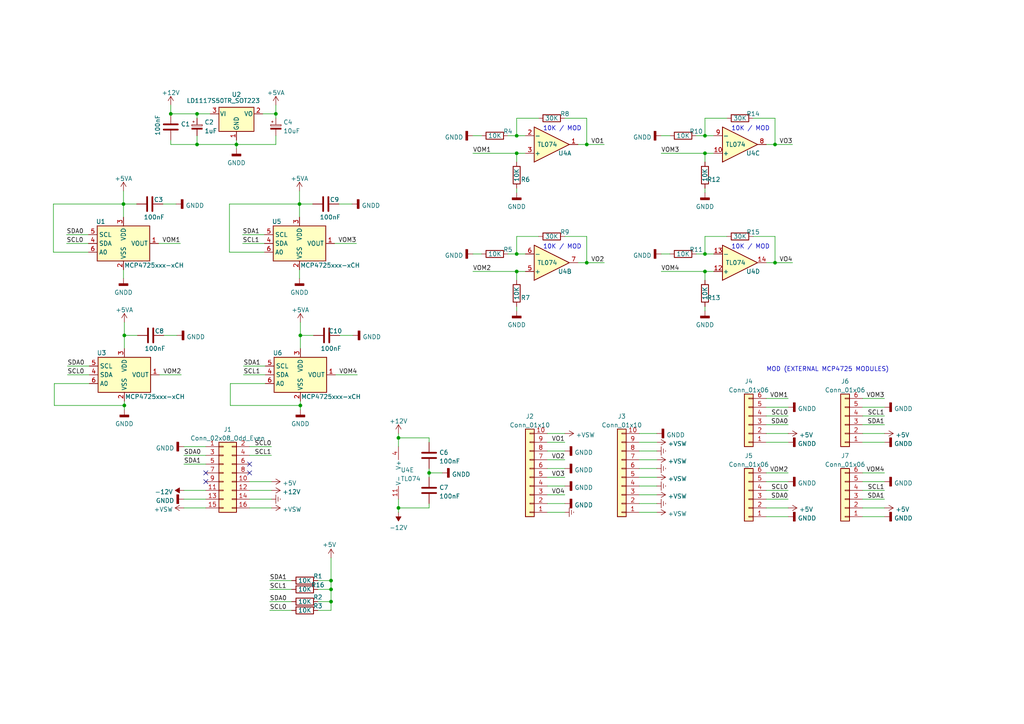
<source format=kicad_sch>
(kicad_sch (version 20211123) (generator eeschema)
  (paper "A4")
  (title_block (title "aout-4") (date "2023-04-06") (rev "1.1") (company "www.iotvertebrae.com") (comment 1 "Mechanical design: Xavier Pi") (comment 2 "Circuit & PCB design: Jordi Binefa"))
  (lib_symbols
    (symbol "Amplifier_Operational:TL074" (pin_names (offset 0.127))
      (property "Reference" "U" (at 0 5.08 0))
      (property "Value" "TL074" (at 0 -5.08 0))
      (symbol "TL074_1_1"
        (polyline (pts (xy -5.08 5.08) (xy 5.08 0) (xy -5.08 -5.08) (xy -5.08 5.08)) (stroke (width 0.254)) (fill (type background)))
        (pin output line (at 7.62 0 180) (length 2.54) (name "~") (number "1"))
        (pin input line (at -7.62 -2.54 0) (length 2.54) (name "-") (number "2"))
        (pin input line (at -7.62 2.54 0) (length 2.54) (name "+") (number "3"))
      )
      (symbol "TL074_2_1"
        (polyline (pts (xy -5.08 5.08) (xy 5.08 0) (xy -5.08 -5.08) (xy -5.08 5.08)) (stroke (width 0.254)) (fill (type background)))
        (pin input line (at -7.62 2.54 0) (length 2.54) (name "+") (number "5"))
        (pin input line (at -7.62 -2.54 0) (length 2.54) (name "-") (number "6"))
        (pin output line (at 7.62 0 180) (length 2.54) (name "~") (number "7"))
      )
      (symbol "TL074_3_1"
        (polyline (pts (xy -5.08 5.08) (xy 5.08 0) (xy -5.08 -5.08) (xy -5.08 5.08)) (stroke (width 0.254)) (fill (type background)))
        (pin input line (at -7.62 2.54 0) (length 2.54) (name "+") (number "10"))
        (pin output line (at 7.62 0 180) (length 2.54) (name "~") (number "8"))
        (pin input line (at -7.62 -2.54 0) (length 2.54) (name "-") (number "9"))
      )
      (symbol "TL074_4_1"
        (polyline (pts (xy -5.08 5.08) (xy 5.08 0) (xy -5.08 -5.08) (xy -5.08 5.08)) (stroke (width 0.254)) (fill (type background)))
        (pin input line (at -7.62 2.54 0) (length 2.54) (name "+") (number "12"))
        (pin input line (at -7.62 -2.54 0) (length 2.54) (name "-") (number "13"))
        (pin output line (at 7.62 0 180) (length 2.54) (name "~") (number "14"))
      )
      (symbol "TL074_5_1"
        (pin power_in line (at -2.54 -7.62 90) (length 3.81) (name "V-") (number "11"))
        (pin power_in line (at -2.54 7.62 270) (length 3.81) (name "V+") (number "4"))
      )
    )
    (symbol "Analog_DAC:MCP4725xxx-xCH"
      (property "Reference" "U" (at -6.35 6.35 0))
      (property "Value" "MCP4725xxx-xCH" (at 8.89 6.35 0))
      (symbol "MCP4725xxx-xCH_0_1"
        (rectangle (start -7.62 5.08) (end 7.62 -5.08) (stroke (width 0.254)) (fill (type background)))
      )
      (symbol "MCP4725xxx-xCH_1_1"
        (pin output line (at 10.16 0 180) (length 2.54) (name "VOUT") (number "1"))
        (pin power_in line (at 0 -7.62 90) (length 2.54) (name "VSS") (number "2"))
        (pin power_in line (at 0 7.62 270) (length 2.54) (name "VDD") (number "3"))
        (pin bidirectional line (at -10.16 0 0) (length 2.54) (name "SDA") (number "4"))
        (pin input line (at -10.16 2.54 0) (length 2.54) (name "SCL") (number "5"))
        (pin input line (at -10.16 -2.54 0) (length 2.54) (name "A0") (number "6"))
      )
    )
    (symbol "Connector_Generic:Conn_01x06" (pin_names (offset 1.016) hide)
      (property "Reference" "J" (at 0 7.62 0))
      (property "Value" "Conn_01x06" (at 0 -10.16 0))
      (symbol "Conn_01x06_1_1"
        (rectangle (start -1.27 -7.493) (end 0 -7.747) (stroke (width 0.1524)))
        (rectangle (start -1.27 -4.953) (end 0 -5.207) (stroke (width 0.1524)))
        (rectangle (start -1.27 -2.413) (end 0 -2.667) (stroke (width 0.1524)))
        (rectangle (start -1.27 0.127) (end 0 -0.127) (stroke (width 0.1524)))
        (rectangle (start -1.27 2.667) (end 0 2.413) (stroke (width 0.1524)))
        (rectangle (start -1.27 5.207) (end 0 4.953) (stroke (width 0.1524)))
        (rectangle (start -1.27 6.35) (end 1.27 -8.89) (stroke (width 0.254)) (fill (type background)))
        (pin passive line (at -5.08 5.08 0) (length 3.81) (name "Pin_1") (number "1"))
        (pin passive line (at -5.08 2.54 0) (length 3.81) (name "Pin_2") (number "2"))
        (pin passive line (at -5.08 0 0) (length 3.81) (name "Pin_3") (number "3"))
        (pin passive line (at -5.08 -2.54 0) (length 3.81) (name "Pin_4") (number "4"))
        (pin passive line (at -5.08 -5.08 0) (length 3.81) (name "Pin_5") (number "5"))
        (pin passive line (at -5.08 -7.62 0) (length 3.81) (name "Pin_6") (number "6"))
      )
    )
    (symbol "Connector_Generic:Conn_01x10" (pin_names (offset 1.016) hide)
      (property "Reference" "J" (at 0 12.7 0))
      (property "Value" "Conn_01x10" (at 0 -15.24 0))
      (symbol "Conn_01x10_1_1"
        (rectangle (start -1.27 -12.573) (end 0 -12.827) (stroke (width 0.1524)))
        (rectangle (start -1.27 -10.033) (end 0 -10.287) (stroke (width 0.1524)))
        (rectangle (start -1.27 -7.493) (end 0 -7.747) (stroke (width 0.1524)))
        (rectangle (start -1.27 -4.953) (end 0 -5.207) (stroke (width 0.1524)))
        (rectangle (start -1.27 -2.413) (end 0 -2.667) (stroke (width 0.1524)))
        (rectangle (start -1.27 0.127) (end 0 -0.127) (stroke (width 0.1524)))
        (rectangle (start -1.27 2.667) (end 0 2.413) (stroke (width 0.1524)))
        (rectangle (start -1.27 5.207) (end 0 4.953) (stroke (width 0.1524)))
        (rectangle (start -1.27 7.747) (end 0 7.493) (stroke (width 0.1524)))
        (rectangle (start -1.27 10.287) (end 0 10.033) (stroke (width 0.1524)))
        (rectangle (start -1.27 11.43) (end 1.27 -13.97) (stroke (width 0.254)) (fill (type background)))
        (pin passive line (at -5.08 10.16 0) (length 3.81) (name "Pin_1") (number "1"))
        (pin passive line (at -5.08 -12.7 0) (length 3.81) (name "Pin_10") (number "10"))
        (pin passive line (at -5.08 7.62 0) (length 3.81) (name "Pin_2") (number "2"))
        (pin passive line (at -5.08 5.08 0) (length 3.81) (name "Pin_3") (number "3"))
        (pin passive line (at -5.08 2.54 0) (length 3.81) (name "Pin_4") (number "4"))
        (pin passive line (at -5.08 0 0) (length 3.81) (name "Pin_5") (number "5"))
        (pin passive line (at -5.08 -2.54 0) (length 3.81) (name "Pin_6") (number "6"))
        (pin passive line (at -5.08 -5.08 0) (length 3.81) (name "Pin_7") (number "7"))
        (pin passive line (at -5.08 -7.62 0) (length 3.81) (name "Pin_8") (number "8"))
        (pin passive line (at -5.08 -10.16 0) (length 3.81) (name "Pin_9") (number "9"))
      )
    )
    (symbol "Connector_Generic:Conn_02x08_Odd_Even" (pin_names (offset 1.016) hide)
      (property "Reference" "J" (at 1.27 10.16 0))
      (property "Value" "Conn_02x08_Odd_Even" (at 1.27 -12.7 0))
      (symbol "Conn_02x08_Odd_Even_1_1"
        (rectangle (start -1.27 -10.033) (end 0 -10.287) (stroke (width 0.1524)))
        (rectangle (start -1.27 -7.493) (end 0 -7.747) (stroke (width 0.1524)))
        (rectangle (start -1.27 -4.953) (end 0 -5.207) (stroke (width 0.1524)))
        (rectangle (start -1.27 -2.413) (end 0 -2.667) (stroke (width 0.1524)))
        (rectangle (start -1.27 0.127) (end 0 -0.127) (stroke (width 0.1524)))
        (rectangle (start -1.27 2.667) (end 0 2.413) (stroke (width 0.1524)))
        (rectangle (start -1.27 5.207) (end 0 4.953) (stroke (width 0.1524)))
        (rectangle (start -1.27 7.747) (end 0 7.493) (stroke (width 0.1524)))
        (rectangle (start -1.27 8.89) (end 3.81 -11.43) (stroke (width 0.254)) (fill (type background)))
        (rectangle (start 3.81 -10.033) (end 2.54 -10.287) (stroke (width 0.1524)))
        (rectangle (start 3.81 -7.493) (end 2.54 -7.747) (stroke (width 0.1524)))
        (rectangle (start 3.81 -4.953) (end 2.54 -5.207) (stroke (width 0.1524)))
        (rectangle (start 3.81 -2.413) (end 2.54 -2.667) (stroke (width 0.1524)))
        (rectangle (start 3.81 0.127) (end 2.54 -0.127) (stroke (width 0.1524)))
        (rectangle (start 3.81 2.667) (end 2.54 2.413) (stroke (width 0.1524)))
        (rectangle (start 3.81 5.207) (end 2.54 4.953) (stroke (width 0.1524)))
        (rectangle (start 3.81 7.747) (end 2.54 7.493) (stroke (width 0.1524)))
        (pin passive line (at -5.08 7.62 0) (length 3.81) (name "Pin_1") (number "1"))
        (pin passive line (at 7.62 -2.54 180) (length 3.81) (name "Pin_10") (number "10"))
        (pin passive line (at -5.08 -5.08 0) (length 3.81) (name "Pin_11") (number "11"))
        (pin passive line (at 7.62 -5.08 180) (length 3.81) (name "Pin_12") (number "12"))
        (pin passive line (at -5.08 -7.62 0) (length 3.81) (name "Pin_13") (number "13"))
        (pin passive line (at 7.62 -7.62 180) (length 3.81) (name "Pin_14") (number "14"))
        (pin passive line (at -5.08 -10.16 0) (length 3.81) (name "Pin_15") (number "15"))
        (pin passive line (at 7.62 -10.16 180) (length 3.81) (name "Pin_16") (number "16"))
        (pin passive line (at 7.62 7.62 180) (length 3.81) (name "Pin_2") (number "2"))
        (pin passive line (at -5.08 5.08 0) (length 3.81) (name "Pin_3") (number "3"))
        (pin passive line (at 7.62 5.08 180) (length 3.81) (name "Pin_4") (number "4"))
        (pin passive line (at -5.08 2.54 0) (length 3.81) (name "Pin_5") (number "5"))
        (pin passive line (at 7.62 2.54 180) (length 3.81) (name "Pin_6") (number "6"))
        (pin passive line (at -5.08 0 0) (length 3.81) (name "Pin_7") (number "7"))
        (pin passive line (at 7.62 0 180) (length 3.81) (name "Pin_8") (number "8"))
        (pin passive line (at -5.08 -2.54 0) (length 3.81) (name "Pin_9") (number "9"))
      )
    )
    (symbol "Device:C" (pin_numbers hide) (pin_names (offset 0.254))
      (property "Reference" "C" (at 0.635 2.54 0))
      (property "Value" "C" (at 0.635 -2.54 0))
      (symbol "C_0_1"
        (polyline (pts (xy -2.032 -0.762) (xy 2.032 -0.762)) (stroke (width 0.508)))
        (polyline (pts (xy -2.032 0.762) (xy 2.032 0.762)) (stroke (width 0.508)))
      )
      (symbol "C_1_1"
        (pin passive line (at 0 3.81 270) (length 2.794) (name "~") (number "1"))
        (pin passive line (at 0 -3.81 90) (length 2.794) (name "~") (number "2"))
      )
    )
    (symbol "Device:C_Polarized_Small" (pin_numbers hide) (pin_names (offset 0.254) hide)
      (property "Reference" "C" (at 0.254 1.778 0))
      (property "Value" "C_Polarized_Small" (at 0.254 -2.032 0))
      (symbol "C_Polarized_Small_0_1"
        (rectangle (start -1.524 -0.3048) (end 1.524 -0.6858) (fill (type outline)))
        (rectangle (start -1.524 0.6858) (end 1.524 0.3048))
        (polyline (pts (xy -1.27 1.524) (xy -0.762 1.524)))
        (polyline (pts (xy -1.016 1.27) (xy -1.016 1.778)))
      )
      (symbol "C_Polarized_Small_1_1"
        (pin passive line (at 0 2.54 270) (length 1.8542) (name "~") (number "1"))
        (pin passive line (at 0 -2.54 90) (length 1.8542) (name "~") (number "2"))
      )
    )
    (symbol "Device:R" (pin_numbers hide) (pin_names (offset 0))
      (property "Reference" "R" (at 2.032 0 90))
      (property "Value" "R" (at 0 0 90))
      (symbol "R_0_1"
        (rectangle (start -1.016 -2.54) (end 1.016 2.54) (stroke (width 0.254)))
      )
      (symbol "R_1_1"
        (pin passive line (at 0 3.81 270) (length 1.27) (name "~") (number "1"))
        (pin passive line (at 0 -3.81 90) (length 1.27) (name "~") (number "2"))
      )
    )
    (symbol "Regulator_Linear:LD1117S50TR_SOT223" (pin_names (offset 0.254))
      (property "Reference" "U" (at -3.81 3.175 0))
      (property "Value" "LD1117S50TR_SOT223" (at 0 3.175 0))
      (symbol "LD1117S50TR_SOT223_0_1"
        (rectangle (start -5.08 -5.08) (end 5.08 1.905) (stroke (width 0.254)) (fill (type background)))
      )
      (symbol "LD1117S50TR_SOT223_1_1"
        (pin power_in line (at 0 -7.62 90) (length 2.54) (name "GND") (number "1"))
        (pin power_out line (at 7.62 0 180) (length 2.54) (name "VO") (number "2"))
        (pin power_in line (at -7.62 0 0) (length 2.54) (name "VI") (number "3"))
      )
    )
    (symbol "power:+12V" (power) (pin_names (offset 0))
      (property "Value" "+12V" (at 0 3.556 0))
      (symbol "+12V_0_1"
        (polyline (pts (xy -0.762 1.27) (xy 0 2.54)))
        (polyline (pts (xy 0 0) (xy 0 2.54)))
        (polyline (pts (xy 0 2.54) (xy 0.762 1.27)))
      )
      (symbol "+12V_1_1"
        (pin power_in line (at 0 0 90) (length 0) hide (name "+12V") (number "1"))
      )
    )
    (symbol "power:+5V" (power) (pin_names (offset 0))
      (property "Value" "+5V" (at 0 3.556 0))
      (symbol "+5V_0_1"
        (polyline (pts (xy -0.762 1.27) (xy 0 2.54)))
        (polyline (pts (xy 0 0) (xy 0 2.54)))
        (polyline (pts (xy 0 2.54) (xy 0.762 1.27)))
      )
      (symbol "+5V_1_1"
        (pin power_in line (at 0 0 90) (length 0) hide (name "+5V") (number "1"))
      )
    )
    (symbol "power:+5VA" (power) (pin_names (offset 0))
      (property "Value" "+5VA" (at 0 3.556 0))
      (symbol "+5VA_0_1"
        (polyline (pts (xy -0.762 1.27) (xy 0 2.54)))
        (polyline (pts (xy 0 0) (xy 0 2.54)))
        (polyline (pts (xy 0 2.54) (xy 0.762 1.27)))
      )
      (symbol "+5VA_1_1"
        (pin power_in line (at 0 0 90) (length 0) hide (name "+5VA") (number "1"))
      )
    )
    (symbol "power:+VSW" (power) (pin_names (offset 0))
      (property "Value" "+VSW" (at 0 3.556 0))
      (symbol "+VSW_0_1"
        (polyline (pts (xy -0.762 1.27) (xy 0 2.54)))
        (polyline (pts (xy 0 0) (xy 0 2.54)))
        (polyline (pts (xy 0 2.54) (xy 0.762 1.27)))
      )
      (symbol "+VSW_1_1"
        (pin power_in line (at 0 0 90) (length 0) hide (name "+VSW") (number "1"))
      )
    )
    (symbol "power:-12V" (power) (pin_names (offset 0))
      (property "Value" "-12V" (at 0 3.81 0))
      (symbol "-12V_0_0"
        (pin power_in line (at 0 0 90) (length 0) hide (name "-12V") (number "1"))
      )
      (symbol "-12V_0_1"
        (polyline (pts (xy 0 0) (xy 0 1.27) (xy 0.762 1.27) (xy 0 2.54) (xy -0.762 1.27) (xy 0 1.27)) (fill (type outline)))
      )
    )
    (symbol "power:Earth" (power) (pin_names (offset 0))
      (symbol "Earth_0_1"
        (polyline (pts (xy -0.635 -1.905) (xy 0.635 -1.905)))
        (polyline (pts (xy -0.127 -2.54) (xy 0.127 -2.54)))
        (polyline (pts (xy 0 -1.27) (xy 0 0)))
        (polyline (pts (xy 1.27 -1.27) (xy -1.27 -1.27)))
      )
      (symbol "Earth_1_1"
        (pin power_in line (at 0 0 270) (length 0) hide (name "Earth") (number "1"))
      )
    )
    (symbol "power:GNDD" (power) (pin_names (offset 0))
      (property "Value" "GNDD" (at 0 -3.175 0))
      (symbol "GNDD_0_1"
        (rectangle (start -1.27 -1.524) (end 1.27 -2.032) (stroke (width 0.254)) (fill (type outline)))
        (polyline (pts (xy 0 0) (xy 0 -1.524)))
      )
      (symbol "GNDD_1_1"
        (pin power_in line (at 0 0 270) (length 0) hide (name "GNDD") (number "1"))
      )
    )
  )
  (junction (at 87.122 117.602))
  (junction (at 35.814 59.182))
  (junction (at 149.86 44.45))
  (junction (at 204.47 78.74))
  (junction (at 204.47 44.45))
  (junction (at 115.57 147.32))
  (junction (at 204.47 39.37))
  (junction (at 86.868 59.182))
  (junction (at 96.012 168.402))
  (junction (at 36.068 117.602))
  (junction (at 170.18 76.2))
  (junction (at 224.79 41.91))
  (junction (at 115.57 127))
  (junction (at 36.068 97.282))
  (junction (at 224.79 76.2))
  (junction (at 87.122 97.282))
  (junction (at 170.18 41.91))
  (junction (at 96.012 174.498))
  (junction (at 149.86 78.74))
  (junction (at 149.86 73.66))
  (junction (at 49.53 33.02))
  (junction (at 57.15 41.91))
  (junction (at 149.86 39.37))
  (junction (at 204.47 73.66))
  (junction (at 96.012 170.942))
  (junction (at 57.15 33.02))
  (junction (at 68.58 41.91))
  (junction (at 80.01 33.02))
  (junction (at 124.46 137.16))
  (no_connect (at 59.69 139.7))
  (no_connect (at 59.69 137.16))
  (no_connect (at 72.39 134.62))
  (no_connect (at 72.39 137.16))
  (wire (pts (xy 137.16 73.66) (xy 139.7 73.66)))
  (wire (pts (xy 222.25 142.24) (xy 228.6 142.24)))
  (wire (pts (xy 15.748 117.602) (xy 36.068 117.602)))
  (wire (pts (xy 250.19 115.57) (xy 256.54 115.57)))
  (wire (pts (xy 96.012 177.038) (xy 92.202 177.038)))
  (wire (pts (xy 15.494 73.152) (xy 15.494 59.182)))
  (wire (pts (xy 72.39 132.08) (xy 78.74 132.08)))
  (wire (pts (xy 53.34 129.54) (xy 59.69 129.54)))
  (wire (pts (xy 80.01 34.29) (xy 80.01 33.02)))
  (wire (pts (xy 53.34 132.08) (xy 59.69 132.08)))
  (wire (pts (xy 92.202 168.402) (xy 96.012 168.402)))
  (wire (pts (xy 115.57 144.78) (xy 115.57 147.32)))
  (wire (pts (xy 86.868 59.182) (xy 90.678 59.182)))
  (wire (pts (xy 250.19 125.73) (xy 256.54 125.73)))
  (wire (pts (xy 167.64 41.91) (xy 170.18 41.91)))
  (wire (pts (xy 53.34 144.78) (xy 59.69 144.78)))
  (wire (pts (xy 218.44 34.29) (xy 224.79 34.29)))
  (wire (pts (xy 97.028 70.612) (xy 103.378 70.612)))
  (wire (pts (xy 185.42 135.89) (xy 190.5 135.89)))
  (wire (pts (xy 36.068 93.472) (xy 36.068 97.282)))
  (wire (pts (xy 25.908 111.252) (xy 15.748 111.252)))
  (wire (pts (xy 185.42 148.59) (xy 190.5 148.59)))
  (wire (pts (xy 124.46 147.32) (xy 115.57 147.32)))
  (wire (pts (xy 250.19 147.32) (xy 256.54 147.32)))
  (wire (pts (xy 98.298 59.182) (xy 102.108 59.182)))
  (wire (pts (xy 149.86 73.66) (xy 149.86 68.58)))
  (wire (pts (xy 68.58 41.91) (xy 68.58 43.18)))
  (wire (pts (xy 158.75 135.89) (xy 163.83 135.89)))
  (wire (pts (xy 191.77 44.45) (xy 204.47 44.45)))
  (wire (pts (xy 170.18 41.91) (xy 175.26 41.91)))
  (wire (pts (xy 25.654 73.152) (xy 15.494 73.152)))
  (wire (pts (xy 250.19 139.7) (xy 256.54 139.7)))
  (wire (pts (xy 222.25 128.27) (xy 228.6 128.27)))
  (wire (pts (xy 66.802 111.252) (xy 66.802 117.602)))
  (wire (pts (xy 222.25 115.57) (xy 228.6 115.57)))
  (wire (pts (xy 149.86 78.74) (xy 152.4 78.74)))
  (wire (pts (xy 204.47 73.66) (xy 207.01 73.66)))
  (wire (pts (xy 124.46 135.89) (xy 124.46 137.16)))
  (wire (pts (xy 222.25 118.11) (xy 228.6 118.11)))
  (wire (pts (xy 96.012 168.402) (xy 96.012 170.942)))
  (wire (pts (xy 222.25 139.7) (xy 228.6 139.7)))
  (wire (pts (xy 185.42 146.05) (xy 190.5 146.05)))
  (wire (pts (xy 124.46 137.16) (xy 128.27 137.16)))
  (wire (pts (xy 204.47 39.37) (xy 204.47 34.29)))
  (wire (pts (xy 137.16 39.37) (xy 139.7 39.37)))
  (wire (pts (xy 222.25 123.19) (xy 228.6 123.19)))
  (wire (pts (xy 158.75 128.27) (xy 163.83 128.27)))
  (wire (pts (xy 124.46 137.16) (xy 124.46 138.43)))
  (wire (pts (xy 45.974 70.612) (xy 52.324 70.612)))
  (wire (pts (xy 222.25 41.91) (xy 224.79 41.91)))
  (wire (pts (xy 250.19 128.27) (xy 256.54 128.27)))
  (wire (pts (xy 96.012 174.498) (xy 96.012 177.038)))
  (wire (pts (xy 96.012 161.798) (xy 96.012 168.402)))
  (wire (pts (xy 158.75 133.35) (xy 163.83 133.35)))
  (wire (pts (xy 57.15 39.37) (xy 57.15 41.91)))
  (wire (pts (xy 250.19 123.19) (xy 256.54 123.19)))
  (wire (pts (xy 15.748 111.252) (xy 15.748 117.602)))
  (wire (pts (xy 204.47 39.37) (xy 207.01 39.37)))
  (wire (pts (xy 185.42 138.43) (xy 190.5 138.43)))
  (wire (pts (xy 204.47 54.61) (xy 204.47 55.88)))
  (wire (pts (xy 149.86 88.9) (xy 149.86 90.17)))
  (wire (pts (xy 68.58 40.64) (xy 68.58 41.91)))
  (wire (pts (xy 70.358 70.612) (xy 76.708 70.612)))
  (wire (pts (xy 70.612 106.172) (xy 76.962 106.172)))
  (wire (pts (xy 137.16 44.45) (xy 149.86 44.45)))
  (wire (pts (xy 170.18 68.58) (xy 170.18 76.2)))
  (wire (pts (xy 149.86 39.37) (xy 149.86 34.29)))
  (wire (pts (xy 70.358 68.072) (xy 76.708 68.072)))
  (wire (pts (xy 92.202 170.942) (xy 96.012 170.942)))
  (wire (pts (xy 167.64 76.2) (xy 170.18 76.2)))
  (wire (pts (xy 191.77 39.37) (xy 194.31 39.37)))
  (wire (pts (xy 115.57 125.73) (xy 115.57 127)))
  (wire (pts (xy 204.47 88.9) (xy 204.47 90.17)))
  (wire (pts (xy 201.93 73.66) (xy 204.47 73.66)))
  (wire (pts (xy 204.47 44.45) (xy 204.47 46.99)))
  (wire (pts (xy 19.304 70.612) (xy 25.654 70.612)))
  (wire (pts (xy 170.18 76.2) (xy 175.26 76.2)))
  (wire (pts (xy 78.232 177.038) (xy 84.582 177.038)))
  (wire (pts (xy 86.868 55.372) (xy 86.868 59.182)))
  (wire (pts (xy 36.068 97.282) (xy 36.068 101.092)))
  (wire (pts (xy 149.86 54.61) (xy 149.86 55.88)))
  (wire (pts (xy 204.47 44.45) (xy 207.01 44.45)))
  (wire (pts (xy 250.19 120.65) (xy 256.54 120.65)))
  (wire (pts (xy 68.58 41.91) (xy 80.01 41.91)))
  (wire (pts (xy 36.068 116.332) (xy 36.068 117.602)))
  (wire (pts (xy 115.57 127) (xy 124.46 127)))
  (wire (pts (xy 222.25 76.2) (xy 224.79 76.2)))
  (wire (pts (xy 191.77 78.74) (xy 204.47 78.74)))
  (wire (pts (xy 47.244 59.182) (xy 51.054 59.182)))
  (wire (pts (xy 57.15 33.02) (xy 57.15 34.29)))
  (wire (pts (xy 250.19 142.24) (xy 256.54 142.24)))
  (wire (pts (xy 149.86 34.29) (xy 156.21 34.29)))
  (wire (pts (xy 76.708 73.152) (xy 66.548 73.152)))
  (wire (pts (xy 158.75 125.73) (xy 163.83 125.73)))
  (wire (pts (xy 97.282 108.712) (xy 103.632 108.712)))
  (wire (pts (xy 35.814 55.372) (xy 35.814 59.182)))
  (wire (pts (xy 47.498 97.282) (xy 51.308 97.282)))
  (wire (pts (xy 66.548 59.182) (xy 86.868 59.182)))
  (wire (pts (xy 158.75 143.51) (xy 163.83 143.51)))
  (wire (pts (xy 19.558 108.712) (xy 25.908 108.712)))
  (wire (pts (xy 222.25 120.65) (xy 228.6 120.65)))
  (wire (pts (xy 158.75 148.59) (xy 163.83 148.59)))
  (wire (pts (xy 149.86 73.66) (xy 152.4 73.66)))
  (wire (pts (xy 49.53 40.64) (xy 49.53 41.91)))
  (wire (pts (xy 222.25 144.78) (xy 228.6 144.78)))
  (wire (pts (xy 87.122 93.472) (xy 87.122 97.282)))
  (wire (pts (xy 222.25 149.86) (xy 228.6 149.86)))
  (wire (pts (xy 15.494 59.182) (xy 35.814 59.182)))
  (wire (pts (xy 158.75 146.05) (xy 163.83 146.05)))
  (wire (pts (xy 204.47 78.74) (xy 207.01 78.74)))
  (wire (pts (xy 98.552 97.282) (xy 102.362 97.282)))
  (wire (pts (xy 46.228 108.712) (xy 52.578 108.712)))
  (wire (pts (xy 36.068 97.282) (xy 39.878 97.282)))
  (wire (pts (xy 49.53 41.91) (xy 57.15 41.91)))
  (wire (pts (xy 53.34 134.62) (xy 59.69 134.62)))
  (wire (pts (xy 70.612 108.712) (xy 76.962 108.712)))
  (wire (pts (xy 53.34 147.32) (xy 59.69 147.32)))
  (wire (pts (xy 35.814 59.182) (xy 39.624 59.182)))
  (wire (pts (xy 72.39 142.24) (xy 78.74 142.24)))
  (wire (pts (xy 87.122 97.282) (xy 87.122 101.092)))
  (wire (pts (xy 147.32 39.37) (xy 149.86 39.37)))
  (wire (pts (xy 78.232 174.498) (xy 84.582 174.498)))
  (wire (pts (xy 72.39 139.7) (xy 78.74 139.7)))
  (wire (pts (xy 191.77 73.66) (xy 194.31 73.66)))
  (wire (pts (xy 158.75 140.97) (xy 163.83 140.97)))
  (wire (pts (xy 86.868 78.232) (xy 86.868 80.772)))
  (wire (pts (xy 224.79 68.58) (xy 224.79 76.2)))
  (wire (pts (xy 137.16 78.74) (xy 149.86 78.74)))
  (wire (pts (xy 53.34 142.24) (xy 59.69 142.24)))
  (wire (pts (xy 222.25 147.32) (xy 228.6 147.32)))
  (wire (pts (xy 149.86 44.45) (xy 152.4 44.45)))
  (wire (pts (xy 204.47 68.58) (xy 210.82 68.58)))
  (wire (pts (xy 66.802 117.602) (xy 87.122 117.602)))
  (wire (pts (xy 185.42 140.97) (xy 190.5 140.97)))
  (wire (pts (xy 163.83 34.29) (xy 170.18 34.29)))
  (wire (pts (xy 250.19 149.86) (xy 256.54 149.86)))
  (wire (pts (xy 87.122 116.332) (xy 87.122 117.602)))
  (wire (pts (xy 57.15 33.02) (xy 60.96 33.02)))
  (wire (pts (xy 250.19 144.78) (xy 256.54 144.78)))
  (wire (pts (xy 96.012 170.942) (xy 96.012 174.498)))
  (wire (pts (xy 80.01 41.91) (xy 80.01 39.37)))
  (wire (pts (xy 185.42 130.81) (xy 190.5 130.81)))
  (wire (pts (xy 185.42 133.35) (xy 190.5 133.35)))
  (wire (pts (xy 250.19 118.11) (xy 256.54 118.11)))
  (wire (pts (xy 204.47 73.66) (xy 204.47 68.58)))
  (wire (pts (xy 185.42 125.73) (xy 190.5 125.73)))
  (wire (pts (xy 170.18 34.29) (xy 170.18 41.91)))
  (wire (pts (xy 163.83 68.58) (xy 170.18 68.58)))
  (wire (pts (xy 250.19 137.16) (xy 256.54 137.16)))
  (wire (pts (xy 218.44 68.58) (xy 224.79 68.58)))
  (wire (pts (xy 115.57 127) (xy 115.57 129.54)))
  (wire (pts (xy 222.25 137.16) (xy 228.6 137.16)))
  (wire (pts (xy 76.962 111.252) (xy 66.802 111.252)))
  (wire (pts (xy 72.39 147.32) (xy 78.74 147.32)))
  (wire (pts (xy 92.202 174.498) (xy 96.012 174.498)))
  (wire (pts (xy 224.79 34.29) (xy 224.79 41.91)))
  (wire (pts (xy 149.86 68.58) (xy 156.21 68.58)))
  (wire (pts (xy 149.86 78.74) (xy 149.86 81.28)))
  (wire (pts (xy 35.814 59.182) (xy 35.814 62.992)))
  (wire (pts (xy 78.232 170.942) (xy 84.582 170.942)))
  (wire (pts (xy 115.57 147.32) (xy 115.57 148.59)))
  (wire (pts (xy 185.42 128.27) (xy 190.5 128.27)))
  (wire (pts (xy 149.86 44.45) (xy 149.86 46.99)))
  (wire (pts (xy 78.232 168.402) (xy 84.582 168.402)))
  (wire (pts (xy 72.39 144.78) (xy 78.74 144.78)))
  (wire (pts (xy 158.75 138.43) (xy 163.83 138.43)))
  (wire (pts (xy 49.53 33.02) (xy 57.15 33.02)))
  (wire (pts (xy 19.558 106.172) (xy 25.908 106.172)))
  (wire (pts (xy 19.304 68.072) (xy 25.654 68.072)))
  (wire (pts (xy 124.46 128.27) (xy 124.46 127)))
  (wire (pts (xy 72.39 129.54) (xy 78.74 129.54)))
  (wire (pts (xy 204.47 78.74) (xy 204.47 81.28)))
  (wire (pts (xy 224.79 76.2) (xy 229.87 76.2)))
  (wire (pts (xy 86.868 59.182) (xy 86.868 62.992)))
  (wire (pts (xy 224.79 41.91) (xy 229.87 41.91)))
  (wire (pts (xy 147.32 73.66) (xy 149.86 73.66)))
  (wire (pts (xy 158.75 130.81) (xy 163.83 130.81)))
  (wire (pts (xy 149.86 39.37) (xy 152.4 39.37)))
  (wire (pts (xy 222.25 125.73) (xy 228.6 125.73)))
  (wire (pts (xy 80.01 30.48) (xy 80.01 33.02)))
  (wire (pts (xy 66.548 73.152) (xy 66.548 59.182)))
  (wire (pts (xy 204.47 34.29) (xy 210.82 34.29)))
  (wire (pts (xy 57.15 41.91) (xy 68.58 41.91)))
  (wire (pts (xy 185.42 143.51) (xy 190.5 143.51)))
  (wire (pts (xy 124.46 146.05) (xy 124.46 147.32)))
  (wire (pts (xy 201.93 39.37) (xy 204.47 39.37)))
  (wire (pts (xy 49.53 30.48) (xy 49.53 33.02)))
  (wire (pts (xy 35.814 78.232) (xy 35.814 80.772)))
  (wire (pts (xy 36.068 117.602) (xy 36.068 118.872)))
  (wire (pts (xy 76.2 33.02) (xy 80.01 33.02)))
  (wire (pts (xy 87.122 117.602) (xy 87.122 118.872)))
  (wire (pts (xy 87.122 97.282) (xy 90.932 97.282)))
  (text "10K / MOD" (at 212.09 72.39 0) (effects (font (size 1.27 1.27)) (justify left bottom)))
  (text "10K / MOD" (at 157.48 72.39 0) (effects (font (size 1.27 1.27)) (justify left bottom)))
  (text "10K / MOD" (at 212.09 38.1 0) (effects (font (size 1.27 1.27)) (justify left bottom)))
  (text "10K / MOD" (at 157.48 38.1 0) (effects (font (size 1.27 1.27)) (justify left bottom)))
  (text "MOD (EXTERNAL MCP4725 MODULES)" (at 222.25 107.95 0) (effects (font (size 1.27 1.27)) (justify left bottom)))
  (label "SCL1" (at 78.232 170.942 0))
  (label "VO2" (at 175.26 76.2 180))
  (label "VO3" (at 163.83 138.43 180))
  (label "VOM2" (at 52.578 108.712 180))
  (label "SDA0" (at 228.6 123.19 180))
  (label "SCL0" (at 228.6 142.24 180))
  (label "SCL0" (at 19.558 108.712 0))
  (label "SDA1" (at 53.34 134.62 0))
  (label "VOM3" (at 256.54 115.57 180))
  (label "SCL1" (at 256.54 120.65 180))
  (label "SDA1" (at 78.232 168.402 0))
  (label "VOM3" (at 191.77 44.45 0))
  (label "SDA1" (at 70.358 68.072 0))
  (label "SCL1" (at 256.54 142.24 180))
  (label "VOM1" (at 137.16 44.45 0))
  (label "VO3" (at 229.87 41.91 180))
  (label "VO4" (at 229.87 76.2 180))
  (label "VOM1" (at 52.324 70.612 180))
  (label "VO4" (at 163.83 143.51 180))
  (label "VO2" (at 163.83 133.35 180))
  (label "SCL0" (at 78.232 177.038 0))
  (label "SDA0" (at 19.558 106.172 0))
  (label "SDA1" (at 256.54 123.19 180))
  (label "VO1" (at 163.83 128.27 180))
  (label "SCL0" (at 228.6 120.65 180))
  (label "VOM1" (at 228.6 115.57 180))
  (label "SDA0" (at 228.6 144.78 180))
  (label "SCL1" (at 70.612 108.712 0))
  (label "VOM2" (at 137.16 78.74 0))
  (label "SCL0" (at 19.304 70.612 0))
  (label "SDA0" (at 78.232 174.498 0))
  (label "SCL1" (at 78.74 132.08 180))
  (label "SCL1" (at 70.358 70.612 0))
  (label "VOM3" (at 103.378 70.612 180))
  (label "SCL0" (at 78.74 129.54 180))
  (label "SDA0" (at 53.34 132.08 0))
  (label "VOM4" (at 191.77 78.74 0))
  (label "VOM4" (at 256.54 137.16 180))
  (label "SDA0" (at 19.304 68.072 0))
  (label "SDA1" (at 70.612 106.172 0))
  (label "VOM2" (at 228.6 137.16 180))
  (label "SDA1" (at 256.54 144.78 180))
  (label "VO1" (at 175.26 41.91 180))
  (label "VOM4" (at 103.632 108.712 180))
  (symbol (lib_id "Device:C") (at 43.434 59.182 90) (unit 1)
    (property "Reference" "C3" (at 45.974 57.912 90))
    (property "Value" "100nF" (at 44.704 62.992 90))
    (property "Footprint" "Capacitor_SMD:C_0805_2012Metric_Pad1.18x1.45mm_HandSolder" (effects hide))
  )
  (symbol (lib_id "Device:C") (at 94.488 59.182 90) (unit 1)
    (property "Reference" "C9" (at 97.028 57.912 90))
    (property "Value" "100nF" (at 95.758 62.992 90))
    (property "Footprint" "Capacitor_SMD:C_0805_2012Metric_Pad1.18x1.45mm_HandSolder" (effects hide))
  )
  (symbol (lib_id "Device:R") (at 88.392 168.402 90) (unit 1)
    (property "Reference" "R1" (at 92.202 167.132 90))
    (property "Value" "10K" (at 88.392 168.402 90))
    (property "Footprint" "Resistor_SMD:R_0805_2012Metric_Pad1.20x1.40mm_HandSolder" (effects hide))
  )
  (symbol (lib_id "Connector_Generic:Conn_01x10") (at 180.34 138.43 180) (unit 1)
    (property "Reference" "J3" (at 180.34 120.7602 0))
    (property "Value" "Conn_01x10" (at 180.34 123.2971 0))
    (property "Footprint" "Connector_Phoenix_MSTB:PhoenixContact_MSTBVA_2,5_10-G-5,08_1x10_P5.08mm_Vertical" (effects hide))
  )
  (symbol (lib_id "Device:C_Polarized_Small") (at 80.01 36.83 0) (unit 1)
    (property "Reference" "C4" (at 82.169 35.4492 0) (effects (justify left)))
    (property "Value" "10uF" (at 82.169 37.9861 0) (effects (justify left)))
    (property "Footprint" "Capacitor_SMD:C_0805_2012Metric_Pad1.18x1.45mm_HandSolder" (effects hide))
  )
  (symbol (lib_id "power:+VSW") (at 78.74 147.32 270) (unit 1)
    (property "Reference" "#PWR013" (effects hide))
    (property "Value" "+VSW" (at 81.915 147.7538 90) (effects (justify left)))
  )
  (symbol (lib_id "power:GNDD") (at 256.54 128.27 90) (unit 1)
    (property "Reference" "#PWR053" (effects hide))
    (property "Value" "GNDD" (at 259.334 128.7038 90) (effects (justify right)))
  )
  (symbol (lib_id "power:GNDD") (at 36.068 118.872 0) (unit 1)
    (property "Reference" "#PWR0102" (effects hide))
    (property "Value" "GNDD" (at 36.068 122.9344 0))
  )
  (symbol (lib_id "power:Earth") (at 163.83 148.59 90) (unit 1)
    (property "Reference" "#PWR030" (effects hide))
    (property "Value" "Earth" (effects hide))
  )
  (symbol (lib_id "Device:R") (at 160.02 34.29 90) (unit 1)
    (property "Reference" "R8" (at 163.83 33.02 90))
    (property "Value" "30K" (at 160.02 34.29 90))
    (property "Footprint" "Resistor_SMD:R_0805_2012Metric_Pad1.20x1.40mm_HandSolder" (effects hide))
  )
  (symbol (lib_id "Device:C") (at 124.46 142.24 0) (unit 1)
    (property "Reference" "C7" (at 127.381 141.4053 0) (effects (justify left)))
    (property "Value" "100nF" (at 127.381 143.9422 0) (effects (justify left)))
    (property "Footprint" "Capacitor_SMD:C_0805_2012Metric_Pad1.18x1.45mm_HandSolder" (effects hide))
  )
  (symbol (lib_id "Device:R") (at 88.392 174.498 90) (unit 1)
    (property "Reference" "R2" (at 92.202 173.228 90))
    (property "Value" "10K" (at 88.392 174.498 90))
    (property "Footprint" "Resistor_SMD:R_0805_2012Metric_Pad1.20x1.40mm_HandSolder" (effects hide))
  )
  (symbol (lib_id "Connector_Generic:Conn_01x06") (at 217.17 144.78 180) (unit 1)
    (property "Reference" "J5" (at 217.17 132.1902 0))
    (property "Value" "Conn_01x06" (at 217.17 134.7271 0))
    (property "Footprint" "Connector_PinSocket_2.54mm:PinSocket_1x06_P2.54mm_Vertical" (effects hide))
  )
  (symbol (lib_id "power:GNDD") (at 191.77 73.66 270) (unit 1)
    (property "Reference" "#PWR042" (effects hide))
    (property "Value" "GNDD" (at 188.9761 74.0938 90) (effects (justify right)))
  )
  (symbol (lib_id "Amplifier_Operational:TL074") (at 214.63 41.91 0) (mirror x) (unit 3)
    (property "Reference" "U4" (at 218.44 44.45 0))
    (property "Value" "TL074" (at 213.36 41.91 0))
    (property "Footprint" "Package_SO:SOIC-14_3.9x8.7mm_P1.27mm" (effects hide))
    (property "Datasheet" "http://www.ti.com/lit/ds/symlink/tl071.pdf" (effects hide))
  )
  (symbol (lib_id "power:+12V") (at 49.53 30.48 0) (unit 1)
    (property "Reference" "#PWR02" (effects hide))
    (property "Value" "+12V" (at 49.53 26.9042 0))
  )
  (symbol (lib_id "Analog_DAC:MCP4725xxx-xCH") (at 36.068 108.712 0) (unit 1)
    (property "Reference" "U3" (at 29.464 102.362 0))
    (property "Value" "MCP4725xxx-xCH" (at 44.958 115.062 0))
    (property "Footprint" "Package_TO_SOT_SMD:SOT-23-6" (effects hide))
    (property "Datasheet" "http://ww1.microchip.com/downloads/en/DeviceDoc/22039d.pdf" (effects hide))
  )
  (symbol (lib_id "power:+VSW") (at 190.5 128.27 270) (unit 1)
    (property "Reference" "#PWR032" (effects hide))
    (property "Value" "+VSW" (at 193.675 128.7038 90) (effects (justify left)))
  )
  (symbol (lib_id "power:Earth") (at 190.5 130.81 90) (unit 1)
    (property "Reference" "#PWR033" (effects hide))
    (property "Value" "Earth" (effects hide))
  )
  (symbol (lib_id "power:GNDD") (at 191.77 39.37 270) (unit 1)
    (property "Reference" "#PWR041" (effects hide))
    (property "Value" "GNDD" (at 188.9761 39.8038 90) (effects (justify right)))
  )
  (symbol (lib_id "Connector_Generic:Conn_01x06") (at 217.17 123.19 180) (unit 1)
    (property "Reference" "J4" (at 217.17 110.6002 0))
    (property "Value" "Conn_01x06" (at 217.17 113.1371 0))
    (property "Footprint" "Connector_PinSocket_2.54mm:PinSocket_1x06_P2.54mm_Vertical" (effects hide))
  )
  (symbol (lib_id "Device:R") (at 149.86 50.8 180) (unit 1)
    (property "Reference" "R6" (at 152.4 52.07 0))
    (property "Value" "10K" (at 149.86 50.8 90))
    (property "Footprint" "Resistor_SMD:R_0805_2012Metric_Pad1.20x1.40mm_HandSolder" (effects hide))
  )
  (symbol (lib_id "Device:R") (at 88.392 177.038 90) (unit 1)
    (property "Reference" "R3" (at 92.202 175.768 90))
    (property "Value" "10K" (at 88.392 177.038 90))
    (property "Footprint" "Resistor_SMD:R_0805_2012Metric_Pad1.20x1.40mm_HandSolder" (effects hide))
  )
  (symbol (lib_id "Device:R") (at 214.63 68.58 90) (unit 1)
    (property "Reference" "R15" (at 218.44 67.31 90))
    (property "Value" "30K" (at 214.63 68.58 90))
    (property "Footprint" "Resistor_SMD:R_0805_2012Metric_Pad1.20x1.40mm_HandSolder" (effects hide))
  )
  (symbol (lib_id "power:GNDD") (at 102.362 97.282 90) (unit 1)
    (property "Reference" "#PWR0106" (effects hide))
    (property "Value" "GNDD" (at 105.156 97.7158 90) (effects (justify right)))
  )
  (symbol (lib_id "power:+VSW") (at 53.34 147.32 90) (unit 1)
    (property "Reference" "#PWR06" (effects hide))
    (property "Value" "+VSW" (at 50.1651 147.7538 90) (effects (justify left)))
  )
  (symbol (lib_id "Device:C") (at 43.688 97.282 90) (unit 1)
    (property "Reference" "C8" (at 46.228 96.012 90))
    (property "Value" "100nF" (at 44.958 101.092 90))
    (property "Footprint" "Capacitor_SMD:C_0805_2012Metric_Pad1.18x1.45mm_HandSolder" (effects hide))
  )
  (symbol (lib_id "Device:R") (at 88.392 170.942 90) (unit 1)
    (property "Reference" "R16" (at 92.202 169.672 90))
    (property "Value" "10K" (at 88.392 170.942 90))
    (property "Footprint" "Resistor_SMD:R_0805_2012Metric_Pad1.20x1.40mm_HandSolder" (effects hide))
  )
  (symbol (lib_id "Device:C") (at 124.46 132.08 0) (unit 1)
    (property "Reference" "C6" (at 127.381 131.2453 0) (effects (justify left)))
    (property "Value" "100nF" (at 127.381 133.7822 0) (effects (justify left)))
    (property "Footprint" "Capacitor_SMD:C_0805_2012Metric_Pad1.18x1.45mm_HandSolder" (effects hide))
  )
  (symbol (lib_id "Device:R") (at 204.47 50.8 180) (unit 1)
    (property "Reference" "R12" (at 207.01 52.07 0))
    (property "Value" "10K" (at 204.47 50.8 90))
    (property "Footprint" "Resistor_SMD:R_0805_2012Metric_Pad1.20x1.40mm_HandSolder" (effects hide))
  )
  (symbol (lib_id "Connector_Generic:Conn_01x10") (at 153.67 138.43 180) (unit 1)
    (property "Reference" "J2" (at 153.67 120.7602 0))
    (property "Value" "Conn_01x10" (at 153.67 123.2971 0))
    (property "Footprint" "Connector_Phoenix_MSTB:PhoenixContact_MSTBA_2,5_10-G-5,08_1x10_P5.08mm_Horizontal" (effects hide))
  )
  (symbol (lib_id "power:Earth") (at 190.5 146.05 90) (unit 1)
    (property "Reference" "#PWR039" (effects hide))
    (property "Value" "Earth" (effects hide))
  )
  (symbol (lib_id "Device:R") (at 204.47 85.09 180) (unit 1)
    (property "Reference" "R13" (at 207.01 86.36 0))
    (property "Value" "10K" (at 204.47 85.09 90))
    (property "Footprint" "Resistor_SMD:R_0805_2012Metric_Pad1.20x1.40mm_HandSolder" (effects hide))
  )
  (symbol (lib_id "power:+5V") (at 78.74 139.7 270) (unit 1)
    (property "Reference" "#PWR010" (effects hide))
    (property "Value" "+5V" (at 81.915 140.1338 90) (effects (justify left)))
  )
  (symbol (lib_id "power:GNDD") (at 228.6 118.11 90) (unit 1)
    (property "Reference" "#PWR045" (effects hide))
    (property "Value" "GNDD" (at 231.394 118.5438 90) (effects (justify right)))
  )
  (symbol (lib_id "power:GNDD") (at 228.6 139.7 90) (unit 1)
    (property "Reference" "#PWR048" (effects hide))
    (property "Value" "GNDD" (at 231.394 140.1338 90) (effects (justify right)))
  )
  (symbol (lib_id "power:+5VA") (at 87.122 93.472 0) (unit 1)
    (property "Reference" "#PWR0105" (effects hide))
    (property "Value" "+5VA" (at 87.122 89.8962 0))
  )
  (symbol (lib_id "power:GNDD") (at 102.108 59.182 90) (unit 1)
    (property "Reference" "#PWR0109" (effects hide))
    (property "Value" "GNDD" (at 104.902 59.6158 90) (effects (justify right)))
  )
  (symbol (lib_id "Analog_DAC:MCP4725xxx-xCH") (at 86.868 70.612 0) (unit 1)
    (property "Reference" "U5" (at 80.264 64.262 0))
    (property "Value" "MCP4725xxx-xCH" (at 95.758 76.962 0))
    (property "Footprint" "Package_TO_SOT_SMD:SOT-23-6" (effects hide))
    (property "Datasheet" "http://ww1.microchip.com/downloads/en/DeviceDoc/22039d.pdf" (effects hide))
  )
  (symbol (lib_id "power:GNDD") (at 137.16 39.37 270) (unit 1)
    (property "Reference" "#PWR021" (effects hide))
    (property "Value" "GNDD" (at 134.3661 39.8038 90) (effects (justify right)))
  )
  (symbol (lib_id "Connector_Generic:Conn_02x08_Odd_Even") (at 64.77 137.16 0) (unit 1)
    (property "Reference" "J1" (at 66.04 124.5702 0))
    (property "Value" "Conn_02x08_Odd_Even" (at 66.04 127.1071 0))
    (property "Footprint" "Connector_PinHeader_2.54mm:PinHeader_2x08_P2.54mm_Vertical" (effects hide))
  )
  (symbol (lib_id "Device:R") (at 149.86 85.09 180) (unit 1)
    (property "Reference" "R7" (at 152.4 86.36 0))
    (property "Value" "10K" (at 149.86 85.09 90))
    (property "Footprint" "Resistor_SMD:R_0805_2012Metric_Pad1.20x1.40mm_HandSolder" (effects hide))
  )
  (symbol (lib_id "power:GNDD") (at 204.47 55.88 0) (unit 1)
    (property "Reference" "#PWR043" (effects hide))
    (property "Value" "GNDD" (at 204.47 59.9424 0))
  )
  (symbol (lib_id "Amplifier_Operational:TL074") (at 118.11 137.16 0) (unit 5)
    (property "Reference" "U4" (at 116.205 136.3253 0) (effects (justify left)))
    (property "Value" "TL074" (at 116.205 138.8622 0) (effects (justify left)))
    (property "Footprint" "Package_SO:SOIC-14_3.9x8.7mm_P1.27mm" (effects hide))
    (property "Datasheet" "http://www.ti.com/lit/ds/symlink/tl071.pdf" (effects hide))
  )
  (symbol (lib_id "Connector_Generic:Conn_01x06") (at 245.11 123.19 180) (unit 1)
    (property "Reference" "J6" (at 245.11 110.6002 0))
    (property "Value" "Conn_01x06" (at 245.11 113.1371 0))
    (property "Footprint" "Connector_PinSocket_2.54mm:PinSocket_1x06_P2.54mm_Vertical" (effects hide))
  )
  (symbol (lib_id "power:+VSW") (at 190.5 133.35 270) (unit 1)
    (property "Reference" "#PWR034" (effects hide))
    (property "Value" "+VSW" (at 193.675 133.7838 90) (effects (justify left)))
  )
  (symbol (lib_id "power:+5VA") (at 35.814 55.372 0) (unit 1)
    (property "Reference" "#PWR08" (effects hide))
    (property "Value" "+5VA" (at 35.814 51.7962 0))
  )
  (symbol (lib_id "power:GNDD") (at 163.83 135.89 90) (unit 1)
    (property "Reference" "#PWR027" (effects hide))
    (property "Value" "GNDD" (at 166.624 136.3238 90) (effects (justify right)))
  )
  (symbol (lib_id "Device:R") (at 143.51 73.66 90) (unit 1)
    (property "Reference" "R5" (at 147.32 72.39 90))
    (property "Value" "10K" (at 143.51 73.66 90))
    (property "Footprint" "Resistor_SMD:R_0805_2012Metric_Pad1.20x1.40mm_HandSolder" (effects hide))
  )
  (symbol (lib_id "power:GNDD") (at 163.83 146.05 90) (unit 1)
    (property "Reference" "#PWR029" (effects hide))
    (property "Value" "GNDD" (at 166.624 146.4838 90) (effects (justify right)))
  )
  (symbol (lib_id "Device:R") (at 198.12 39.37 90) (unit 1)
    (property "Reference" "R10" (at 201.93 38.1 90))
    (property "Value" "10K" (at 198.12 39.37 90))
    (property "Footprint" "Resistor_SMD:R_0805_2012Metric_Pad1.20x1.40mm_HandSolder" (effects hide))
  )
  (symbol (lib_id "power:GNDD") (at 87.122 118.872 0) (unit 1)
    (property "Reference" "#PWR0104" (effects hide))
    (property "Value" "GNDD" (at 87.122 122.9344 0))
  )
  (symbol (lib_id "power:GNDD") (at 163.83 130.81 90) (unit 1)
    (property "Reference" "#PWR026" (effects hide))
    (property "Value" "GNDD" (at 166.624 131.2438 90) (effects (justify right)))
  )
  (symbol (lib_id "power:+5V") (at 256.54 125.73 270) (unit 1)
    (property "Reference" "#PWR052" (effects hide))
    (property "Value" "+5V" (at 259.715 126.1638 90) (effects (justify left)))
  )
  (symbol (lib_id "Device:C") (at 94.742 97.282 90) (unit 1)
    (property "Reference" "C10" (at 97.282 96.012 90))
    (property "Value" "100nF" (at 96.012 101.092 90))
    (property "Footprint" "Capacitor_SMD:C_0805_2012Metric_Pad1.18x1.45mm_HandSolder" (effects hide))
  )
  (symbol (lib_id "Analog_DAC:MCP4725xxx-xCH") (at 87.122 108.712 0) (unit 1)
    (property "Reference" "U6" (at 80.518 102.362 0))
    (property "Value" "MCP4725xxx-xCH" (at 96.012 115.062 0))
    (property "Footprint" "Package_TO_SOT_SMD:SOT-23-6" (effects hide))
    (property "Datasheet" "http://ww1.microchip.com/downloads/en/DeviceDoc/22039d.pdf" (effects hide))
  )
  (symbol (lib_id "power:+5V") (at 228.6 147.32 270) (unit 1)
    (property "Reference" "#PWR049" (effects hide))
    (property "Value" "+5V" (at 231.775 147.7538 90) (effects (justify left)))
  )
  (symbol (lib_id "Device:R") (at 143.51 39.37 90) (unit 1)
    (property "Reference" "R4" (at 147.32 38.1 90))
    (property "Value" "10K" (at 143.51 39.37 90))
    (property "Footprint" "Resistor_SMD:R_0805_2012Metric_Pad1.20x1.40mm_HandSolder" (effects hide))
  )
  (symbol (lib_id "power:GNDD") (at 228.6 149.86 90) (unit 1)
    (property "Reference" "#PWR050" (effects hide))
    (property "Value" "GNDD" (at 231.394 150.2938 90) (effects (justify right)))
  )
  (symbol (lib_id "power:GNDD") (at 53.34 129.54 270) (unit 1)
    (property "Reference" "#PWR03" (effects hide))
    (property "Value" "GNDD" (at 50.5461 129.9738 90) (effects (justify right)))
  )
  (symbol (lib_id "power:GNDD") (at 190.5 125.73 90) (unit 1)
    (property "Reference" "#PWR031" (effects hide))
    (property "Value" "GNDD" (at 193.294 126.1638 90) (effects (justify right)))
  )
  (symbol (lib_id "power:+5V") (at 96.012 161.798 0) (unit 1)
    (property "Reference" "#PWR016" (effects hide))
    (property "Value" "+5V" (at 93.472 157.988 0) (effects (justify left)))
  )
  (symbol (lib_id "Amplifier_Operational:TL074") (at 160.02 41.91 0) (mirror x) (unit 1)
    (property "Reference" "U4" (at 163.83 44.45 0))
    (property "Value" "TL074" (at 158.75 41.91 0))
    (property "Footprint" "Package_SO:SOIC-14_3.9x8.7mm_P1.27mm" (effects hide))
    (property "Datasheet" "http://www.ti.com/lit/ds/symlink/tl071.pdf" (effects hide))
  )
  (symbol (lib_id "power:GNDD") (at 256.54 118.11 90) (unit 1)
    (property "Reference" "#PWR051" (effects hide))
    (property "Value" "GNDD" (at 259.334 118.5438 90) (effects (justify right)))
  )
  (symbol (lib_id "power:GNDD") (at 128.27 137.16 90) (unit 1)
    (property "Reference" "#PWR020" (effects hide))
    (property "Value" "GNDD" (at 131.064 137.5938 90) (effects (justify right)))
  )
  (symbol (lib_id "power:+5VA") (at 80.01 30.48 0) (unit 1)
    (property "Reference" "#PWR014" (effects hide))
    (property "Value" "+5VA" (at 80.01 26.9042 0))
  )
  (symbol (lib_id "power:GNDD") (at 51.054 59.182 90) (unit 1)
    (property "Reference" "#PWR015" (effects hide))
    (property "Value" "GNDD" (at 53.848 59.6158 90) (effects (justify right)))
  )
  (symbol (lib_id "power:+12V") (at 115.57 125.73 0) (unit 1)
    (property "Reference" "#PWR018" (effects hide))
    (property "Value" "+12V" (at 115.57 122.1542 0))
  )
  (symbol (lib_id "Device:C") (at 49.53 36.83 0) (unit 1)
    (property "Reference" "C1" (at 52.451 35.9953 0) (effects (justify left)))
    (property "Value" "100nF" (at 45.72 39.37 90) (effects (justify left)))
    (property "Footprint" "Capacitor_SMD:C_0805_2012Metric_Pad1.18x1.45mm_HandSolder" (effects hide))
  )
  (symbol (lib_id "power:+VSW") (at 190.5 148.59 270) (unit 1)
    (property "Reference" "#PWR040" (effects hide))
    (property "Value" "+VSW" (at 193.675 149.0238 90) (effects (justify left)))
  )
  (symbol (lib_id "Device:R") (at 198.12 73.66 90) (unit 1)
    (property "Reference" "R11" (at 201.93 72.39 90))
    (property "Value" "10K" (at 198.12 73.66 90))
    (property "Footprint" "Resistor_SMD:R_0805_2012Metric_Pad1.20x1.40mm_HandSolder" (effects hide))
  )
  (symbol (lib_id "power:GNDD") (at 163.83 140.97 90) (unit 1)
    (property "Reference" "#PWR028" (effects hide))
    (property "Value" "GNDD" (at 166.624 141.4038 90) (effects (justify right)))
  )
  (symbol (lib_id "power:GNDD") (at 256.54 139.7 90) (unit 1)
    (property "Reference" "#PWR054" (effects hide))
    (property "Value" "GNDD" (at 259.334 140.1338 90) (effects (justify right)))
  )
  (symbol (lib_id "Device:R") (at 160.02 68.58 90) (unit 1)
    (property "Reference" "R9" (at 163.83 67.31 90))
    (property "Value" "30K" (at 160.02 68.58 90))
    (property "Footprint" "Resistor_SMD:R_0805_2012Metric_Pad1.20x1.40mm_HandSolder" (effects hide))
  )
  (symbol (lib_id "power:GNDD") (at 149.86 90.17 0) (unit 1)
    (property "Reference" "#PWR024" (effects hide))
    (property "Value" "GNDD" (at 149.86 94.2324 0))
  )
  (symbol (lib_id "power:-12V") (at 115.57 148.59 180) (unit 1)
    (property "Reference" "#PWR019" (effects hide))
    (property "Value" "-12V" (at 115.57 153.0334 0))
  )
  (symbol (lib_id "Device:C_Polarized_Small") (at 57.15 36.83 0) (unit 1)
    (property "Reference" "C2" (at 59.309 35.4492 0) (effects (justify left)))
    (property "Value" "1uF" (at 59.309 37.9861 0) (effects (justify left)))
    (property "Footprint" "Capacitor_SMD:C_0805_2012Metric_Pad1.18x1.45mm_HandSolder" (effects hide))
  )
  (symbol (lib_id "power:+VSW") (at 190.5 143.51 270) (unit 1)
    (property "Reference" "#PWR038" (effects hide))
    (property "Value" "+VSW" (at 193.675 143.9438 90) (effects (justify left)))
  )
  (symbol (lib_id "Analog_DAC:MCP4725xxx-xCH") (at 35.814 70.612 0) (unit 1)
    (property "Reference" "U1" (at 29.21 64.262 0))
    (property "Value" "MCP4725xxx-xCH" (at 44.704 76.962 0))
    (property "Footprint" "Package_TO_SOT_SMD:SOT-23-6" (effects hide))
    (property "Datasheet" "http://ww1.microchip.com/downloads/en/DeviceDoc/22039d.pdf" (effects hide))
  )
  (symbol (lib_id "Regulator_Linear:LD1117S50TR_SOT223") (at 68.58 33.02 0) (unit 1)
    (property "Reference" "U2" (at 68.58 27.4152 0))
    (property "Value" "LD1117S50TR_SOT223" (at 64.77 29.21 0))
    (property "Footprint" "Package_TO_SOT_SMD:SOT-223-3_TabPin2" (effects hide))
    (property "Datasheet" "http://www.st.com/st-web-ui/static/active/en/resource/technical/document/datasheet/CD00000544.pdf" (effects hide))
  )
  (symbol (lib_id "power:GNDD") (at 35.814 80.772 0) (unit 1)
    (property "Reference" "#PWR09" (effects hide))
    (property "Value" "GNDD" (at 35.814 84.8344 0))
  )
  (symbol (lib_id "power:-12V") (at 53.34 142.24 90) (unit 1)
    (property "Reference" "#PWR04" (effects hide))
    (property "Value" "-12V" (at 50.165 142.6738 90) (effects (justify left)))
  )
  (symbol (lib_id "power:GNDD") (at 86.868 80.772 0) (unit 1)
    (property "Reference" "#PWR0107" (effects hide))
    (property "Value" "GNDD" (at 86.868 84.8344 0))
  )
  (symbol (lib_id "power:+VSW") (at 190.5 138.43 270) (unit 1)
    (property "Reference" "#PWR036" (effects hide))
    (property "Value" "+VSW" (at 193.675 138.8638 90) (effects (justify left)))
  )
  (symbol (lib_id "Device:R") (at 214.63 34.29 90) (unit 1)
    (property "Reference" "R14" (at 218.44 33.02 90))
    (property "Value" "30K" (at 214.63 34.29 90))
    (property "Footprint" "Resistor_SMD:R_0805_2012Metric_Pad1.20x1.40mm_HandSolder" (effects hide))
  )
  (symbol (lib_id "power:+VSW") (at 163.83 125.73 270) (unit 1)
    (property "Reference" "#PWR025" (effects hide))
    (property "Value" "+VSW" (at 167.005 126.1638 90) (effects (justify left)))
  )
  (symbol (lib_id "power:GNDD") (at 53.34 144.78 270) (unit 1)
    (property "Reference" "#PWR05" (effects hide))
    (property "Value" "GNDD" (at 50.5461 145.2138 90) (effects (justify right)))
  )
  (symbol (lib_id "power:Earth") (at 190.5 135.89 90) (unit 1)
    (property "Reference" "#PWR035" (effects hide))
    (property "Value" "Earth" (effects hide))
  )
  (symbol (lib_id "power:GNDD") (at 256.54 149.86 90) (unit 1)
    (property "Reference" "#PWR056" (effects hide))
    (property "Value" "GNDD" (at 259.334 150.2938 90) (effects (justify right)))
  )
  (symbol (lib_id "power:+5V") (at 256.54 147.32 270) (unit 1)
    (property "Reference" "#PWR055" (effects hide))
    (property "Value" "+5V" (at 259.715 147.7538 90) (effects (justify left)))
  )
  (symbol (lib_id "power:GNDD") (at 68.58 43.18 0) (unit 1)
    (property "Reference" "#PWR07" (effects hide))
    (property "Value" "GNDD" (at 68.58 47.2424 0))
  )
  (symbol (lib_id "Amplifier_Operational:TL074") (at 160.02 76.2 0) (mirror x) (unit 2)
    (property "Reference" "U4" (at 163.83 78.74 0))
    (property "Value" "TL074" (at 158.75 76.2 0))
    (property "Footprint" "Package_SO:SOIC-14_3.9x8.7mm_P1.27mm" (effects hide))
    (property "Datasheet" "http://www.ti.com/lit/ds/symlink/tl071.pdf" (effects hide))
  )
  (symbol (lib_id "power:Earth") (at 78.74 144.78 90) (unit 1)
    (property "Reference" "#PWR012" (effects hide))
    (property "Value" "Earth" (effects hide))
  )
  (symbol (lib_id "Amplifier_Operational:TL074") (at 214.63 76.2 0) (mirror x) (unit 4)
    (property "Reference" "U4" (at 218.44 78.74 0))
    (property "Value" "TL074" (at 213.36 76.2 0))
    (property "Footprint" "Package_SO:SOIC-14_3.9x8.7mm_P1.27mm" (effects hide))
    (property "Datasheet" "http://www.ti.com/lit/ds/symlink/tl071.pdf" (effects hide))
  )
  (symbol (lib_id "power:GNDD") (at 137.16 73.66 270) (unit 1)
    (property "Reference" "#PWR022" (effects hide))
    (property "Value" "GNDD" (at 134.3661 74.0938 90) (effects (justify right)))
  )
  (symbol (lib_id "power:+5VA") (at 86.868 55.372 0) (unit 1)
    (property "Reference" "#PWR0108" (effects hide))
    (property "Value" "+5VA" (at 86.868 51.7962 0))
  )
  (symbol (lib_id "power:Earth") (at 190.5 140.97 90) (unit 1)
    (property "Reference" "#PWR037" (effects hide))
    (property "Value" "Earth" (effects hide))
  )
  (symbol (lib_id "Connector_Generic:Conn_01x06") (at 245.11 144.78 180) (unit 1)
    (property "Reference" "J7" (at 245.11 132.1902 0))
    (property "Value" "Conn_01x06" (at 245.11 134.7271 0))
    (property "Footprint" "Connector_PinSocket_2.54mm:PinSocket_1x06_P2.54mm_Vertical" (effects hide))
  )
  (symbol (lib_id "power:GNDD") (at 204.47 90.17 0) (unit 1)
    (property "Reference" "#PWR044" (effects hide))
    (property "Value" "GNDD" (at 204.47 94.2324 0))
  )
  (symbol (lib_id "power:+5VA") (at 36.068 93.472 0) (unit 1)
    (property "Reference" "#PWR0101" (effects hide))
    (property "Value" "+5VA" (at 36.068 89.8962 0))
  )
  (symbol (lib_id "power:+5V") (at 228.6 125.73 270) (unit 1)
    (property "Reference" "#PWR046" (effects hide))
    (property "Value" "+5V" (at 231.775 126.1638 90) (effects (justify left)))
  )
  (symbol (lib_id "power:GNDD") (at 149.86 55.88 0) (unit 1)
    (property "Reference" "#PWR023" (effects hide))
    (property "Value" "GNDD" (at 149.86 59.9424 0))
  )
  (symbol (lib_id "power:GNDD") (at 228.6 128.27 90) (unit 1)
    (property "Reference" "#PWR047" (effects hide))
    (property "Value" "GNDD" (at 231.394 128.7038 90) (effects (justify right)))
  )
  (symbol (lib_id "power:+12V") (at 78.74 142.24 270) (unit 1)
    (property "Reference" "#PWR011" (effects hide))
    (property "Value" "+12V" (at 81.915 142.6738 90) (effects (justify left)))
  )
  (symbol (lib_id "power:GNDD") (at 51.308 97.282 90) (unit 1)
    (property "Reference" "#PWR0103" (effects hide))
    (property "Value" "GNDD" (at 54.102 97.7158 90) (effects (justify right)))
  )
)
</source>
